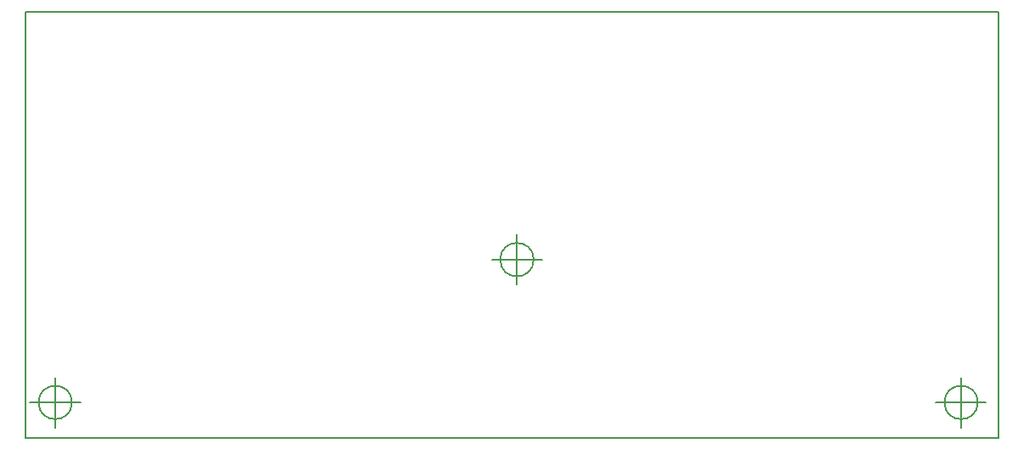
<source format=gbr>
G04 #@! TF.FileFunction,Profile,NP*
%FSLAX46Y46*%
G04 Gerber Fmt 4.6, Leading zero omitted, Abs format (unit mm)*
G04 Created by KiCad (PCBNEW 4.0.2-stable) date 15/07/2016 14:21:11*
%MOMM*%
G01*
G04 APERTURE LIST*
%ADD10C,0.100000*%
%ADD11C,0.150000*%
G04 APERTURE END LIST*
D10*
D11*
X85166666Y-67250000D02*
G75*
G03X85166666Y-67250000I-1666666J0D01*
G01*
X81000000Y-67250000D02*
X86000000Y-67250000D01*
X83500000Y-64750000D02*
X83500000Y-69750000D01*
X129416666Y-81500000D02*
G75*
G03X129416666Y-81500000I-1666666J0D01*
G01*
X125250000Y-81500000D02*
X130250000Y-81500000D01*
X127750000Y-79000000D02*
X127750000Y-84000000D01*
X39166666Y-81500000D02*
G75*
G03X39166666Y-81500000I-1666666J0D01*
G01*
X35000000Y-81500000D02*
X40000000Y-81500000D01*
X37500000Y-79000000D02*
X37500000Y-84000000D01*
X131500000Y-42500000D02*
X131500000Y-43500000D01*
X34500000Y-42500000D02*
X131500000Y-42500000D01*
X34500000Y-43500000D02*
X34500000Y-42500000D01*
X34500000Y-85000000D02*
X34500000Y-43500000D01*
X37750000Y-85000000D02*
X34500000Y-85000000D01*
X131500000Y-43500000D02*
X131500000Y-48250000D01*
X131500000Y-85000000D02*
X40750000Y-85000000D01*
X131500000Y-84750000D02*
X131500000Y-85000000D01*
X131500000Y-48250000D02*
X131500000Y-84750000D01*
X40750000Y-85000000D02*
X37750000Y-85000000D01*
M02*

</source>
